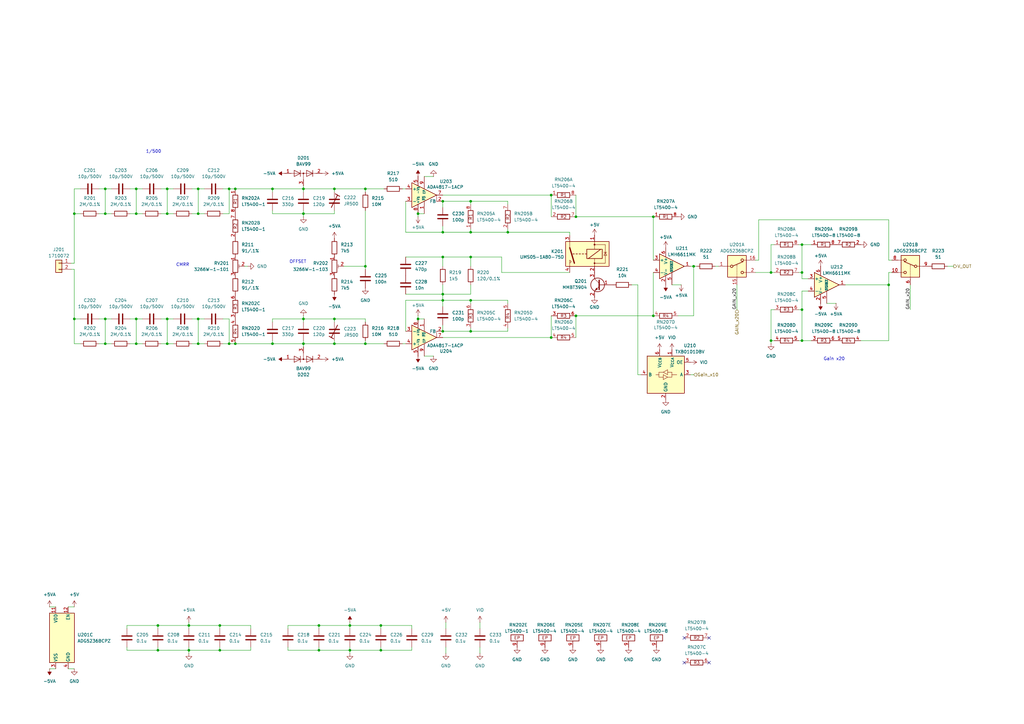
<source format=kicad_sch>
(kicad_sch (version 20231120) (generator "eeschema") (generator_version "8.0")
  (paper "A3")
  (junction (at 68.58 87.63))
  (junction (at 143.51 256.54))
  (junction (at 364.49 116.84))
  (junction (at 149.86 77.47))
  (junction (at 149.86 109.22))
  (junction (at 181.61 120.65))
  (junction (at 81.28 87.63))
  (junction (at 181.61 82.55))
  (junction (at 137.16 130.81))
  (junction (at 93.98 77.47))
  (junction (at 90.17 256.54))
  (junction (at 90.17 266.7))
  (junction (at 137.16 77.47))
  (junction (at 316.23 111.76))
  (junction (at 124.46 87.63))
  (junction (at 156.21 266.7))
  (junction (at 43.18 77.47))
  (junction (at 193.04 123.19))
  (junction (at 68.58 140.97))
  (junction (at 81.28 77.47))
  (junction (at 68.58 77.47))
  (junction (at 96.52 140.97))
  (junction (at 149.86 140.97))
  (junction (at 226.06 138.43))
  (junction (at 267.97 88.9))
  (junction (at 124.46 140.97))
  (junction (at 111.76 140.97))
  (junction (at 137.16 140.97))
  (junction (at 181.61 135.89))
  (junction (at 30.48 87.63))
  (junction (at 55.88 140.97))
  (junction (at 64.77 256.54))
  (junction (at 181.61 95.25))
  (junction (at 43.18 87.63))
  (junction (at 77.47 256.54))
  (junction (at 193.04 135.89))
  (junction (at 236.22 88.9))
  (junction (at 208.28 95.25))
  (junction (at 111.76 77.47))
  (junction (at 267.97 129.54))
  (junction (at 156.21 256.54))
  (junction (at 43.18 130.81))
  (junction (at 328.93 100.33))
  (junction (at 193.04 82.55))
  (junction (at 143.51 266.7))
  (junction (at 81.28 130.81))
  (junction (at 68.58 130.81))
  (junction (at 316.23 139.7))
  (junction (at 181.61 105.41))
  (junction (at 181.61 123.19))
  (junction (at 130.81 256.54))
  (junction (at 193.04 105.41))
  (junction (at 130.81 266.7))
  (junction (at 81.28 140.97))
  (junction (at 30.48 130.81))
  (junction (at 328.93 139.7))
  (junction (at 171.45 130.81))
  (junction (at 284.48 109.22))
  (junction (at 55.88 130.81))
  (junction (at 124.46 130.81))
  (junction (at 96.52 77.47))
  (junction (at 328.93 127))
  (junction (at 193.04 95.25))
  (junction (at 77.47 266.7))
  (junction (at 171.45 87.63))
  (junction (at 55.88 77.47))
  (junction (at 124.46 77.47))
  (junction (at 43.18 140.97))
  (junction (at 93.98 140.97))
  (junction (at 328.93 111.76))
  (junction (at 236.22 129.54))
  (junction (at 55.88 87.63))
  (junction (at 226.06 80.01))
  (junction (at 64.77 266.7))
  (no_connect (at 280.67 261.62))
  (no_connect (at 290.83 261.62))
  (no_connect (at 290.83 271.78))
  (no_connect (at 280.67 271.78))
  (wire (pts (xy 140.97 109.22) (xy 149.86 109.22)))
  (wire (pts (xy 236.22 129.54) (xy 267.97 129.54)))
  (wire (pts (xy 118.11 266.7) (xy 118.11 265.43)))
  (wire (pts (xy 181.61 120.65) (xy 166.37 120.65)))
  (wire (pts (xy 181.61 95.25) (xy 193.04 95.25)))
  (wire (pts (xy 171.45 129.54) (xy 171.45 130.81)))
  (wire (pts (xy 181.61 105.41) (xy 181.61 109.22)))
  (wire (pts (xy 181.61 80.01) (xy 226.06 80.01)))
  (wire (pts (xy 78.74 140.97) (xy 81.28 140.97)))
  (wire (pts (xy 193.04 134.62) (xy 193.04 135.89)))
  (wire (pts (xy 93.98 77.47) (xy 91.44 77.47)))
  (wire (pts (xy 83.82 130.81) (xy 81.28 130.81)))
  (wire (pts (xy 55.88 130.81) (xy 53.34 130.81)))
  (wire (pts (xy 171.45 130.81) (xy 173.99 130.81)))
  (wire (pts (xy 259.08 116.84) (xy 261.62 116.84)))
  (wire (pts (xy 53.34 140.97) (xy 55.88 140.97)))
  (wire (pts (xy 302.26 116.84) (xy 302.26 127)))
  (wire (pts (xy 124.46 139.7) (xy 124.46 140.97)))
  (wire (pts (xy 68.58 140.97) (xy 71.12 140.97)))
  (wire (pts (xy 93.98 130.81) (xy 91.44 130.81)))
  (wire (pts (xy 346.71 116.84) (xy 364.49 116.84)))
  (wire (pts (xy 130.81 256.54) (xy 143.51 256.54)))
  (wire (pts (xy 181.61 116.84) (xy 181.61 120.65)))
  (wire (pts (xy 68.58 87.63) (xy 68.58 77.47)))
  (wire (pts (xy 143.51 266.7) (xy 130.81 266.7)))
  (wire (pts (xy 181.61 120.65) (xy 181.61 123.19)))
  (wire (pts (xy 137.16 140.97) (xy 149.86 140.97)))
  (wire (pts (xy 278.13 129.54) (xy 284.48 129.54)))
  (wire (pts (xy 55.88 87.63) (xy 58.42 87.63)))
  (wire (pts (xy 100.33 109.22) (xy 101.6 109.22)))
  (wire (pts (xy 111.76 77.47) (xy 111.76 78.74)))
  (wire (pts (xy 166.37 95.25) (xy 181.61 95.25)))
  (wire (pts (xy 275.59 116.84) (xy 279.4 116.84)))
  (wire (pts (xy 96.52 77.47) (xy 111.76 77.47)))
  (wire (pts (xy 171.45 88.9) (xy 171.45 87.63)))
  (wire (pts (xy 66.04 140.97) (xy 68.58 140.97)))
  (wire (pts (xy 124.46 76.2) (xy 124.46 77.47)))
  (wire (pts (xy 43.18 140.97) (xy 45.72 140.97)))
  (wire (pts (xy 83.82 77.47) (xy 81.28 77.47)))
  (wire (pts (xy 43.18 87.63) (xy 45.72 87.63)))
  (wire (pts (xy 77.47 256.54) (xy 77.47 257.81)))
  (wire (pts (xy 149.86 77.47) (xy 157.48 77.47)))
  (wire (pts (xy 181.61 82.55) (xy 193.04 82.55)))
  (wire (pts (xy 261.62 116.84) (xy 261.62 153.67)))
  (wire (pts (xy 168.91 265.43) (xy 168.91 266.7)))
  (wire (pts (xy 111.76 87.63) (xy 124.46 87.63)))
  (wire (pts (xy 328.93 100.33) (xy 328.93 111.76)))
  (wire (pts (xy 64.77 256.54) (xy 64.77 257.81)))
  (wire (pts (xy 137.16 78.74) (xy 137.16 77.47)))
  (wire (pts (xy 43.18 140.97) (xy 43.18 130.81)))
  (wire (pts (xy 20.32 274.32) (xy 22.86 274.32)))
  (wire (pts (xy 181.61 125.73) (xy 181.61 123.19)))
  (wire (pts (xy 64.77 265.43) (xy 64.77 266.7)))
  (wire (pts (xy 316.23 100.33) (xy 316.23 111.76)))
  (wire (pts (xy 193.04 93.98) (xy 193.04 95.25)))
  (wire (pts (xy 233.68 95.25) (xy 233.68 96.52)))
  (wire (pts (xy 91.44 140.97) (xy 93.98 140.97)))
  (wire (pts (xy 55.88 77.47) (xy 53.34 77.47)))
  (wire (pts (xy 168.91 256.54) (xy 168.91 257.81)))
  (wire (pts (xy 124.46 87.63) (xy 124.46 88.9)))
  (wire (pts (xy 45.72 130.81) (xy 43.18 130.81)))
  (wire (pts (xy 93.98 77.47) (xy 96.52 77.47)))
  (wire (pts (xy 309.88 111.76) (xy 316.23 111.76)))
  (wire (pts (xy 149.86 132.08) (xy 149.86 130.81)))
  (wire (pts (xy 124.46 77.47) (xy 137.16 77.47)))
  (wire (pts (xy 124.46 129.54) (xy 124.46 130.81)))
  (wire (pts (xy 143.51 256.54) (xy 156.21 256.54)))
  (wire (pts (xy 284.48 109.22) (xy 283.21 109.22)))
  (wire (pts (xy 118.11 257.81) (xy 118.11 256.54)))
  (wire (pts (xy 311.15 90.17) (xy 364.49 90.17)))
  (wire (pts (xy 111.76 130.81) (xy 111.76 132.08)))
  (wire (pts (xy 149.86 109.22) (xy 149.86 110.49)))
  (wire (pts (xy 130.81 256.54) (xy 130.81 257.81)))
  (wire (pts (xy 66.04 87.63) (xy 68.58 87.63)))
  (wire (pts (xy 124.46 86.36) (xy 124.46 87.63)))
  (wire (pts (xy 166.37 105.41) (xy 181.61 105.41)))
  (wire (pts (xy 77.47 255.27) (xy 77.47 256.54)))
  (wire (pts (xy 364.49 116.84) (xy 364.49 111.76)))
  (wire (pts (xy 91.44 87.63) (xy 93.98 87.63)))
  (wire (pts (xy 208.28 124.46) (xy 208.28 123.19)))
  (wire (pts (xy 316.23 139.7) (xy 316.23 127)))
  (wire (pts (xy 226.06 138.43) (xy 226.06 129.54)))
  (wire (pts (xy 96.52 140.97) (xy 111.76 140.97)))
  (wire (pts (xy 328.93 111.76) (xy 328.93 114.3)))
  (wire (pts (xy 43.18 130.81) (xy 40.64 130.81)))
  (wire (pts (xy 64.77 256.54) (xy 77.47 256.54)))
  (wire (pts (xy 137.16 132.08) (xy 137.16 130.81)))
  (wire (pts (xy 331.47 114.3) (xy 328.93 114.3)))
  (wire (pts (xy 43.18 87.63) (xy 43.18 77.47)))
  (wire (pts (xy 193.04 116.84) (xy 193.04 120.65)))
  (wire (pts (xy 30.48 110.49) (xy 30.48 130.81)))
  (wire (pts (xy 311.15 106.68) (xy 311.15 90.17)))
  (wire (pts (xy 20.32 248.92) (xy 22.86 248.92)))
  (wire (pts (xy 181.61 135.89) (xy 193.04 135.89)))
  (wire (pts (xy 124.46 132.08) (xy 124.46 130.81)))
  (wire (pts (xy 124.46 140.97) (xy 124.46 142.24)))
  (wire (pts (xy 64.77 266.7) (xy 52.07 266.7)))
  (wire (pts (xy 30.48 77.47) (xy 30.48 87.63)))
  (wire (pts (xy 165.1 77.47) (xy 166.37 77.47)))
  (wire (pts (xy 166.37 82.55) (xy 166.37 95.25)))
  (wire (pts (xy 156.21 266.7) (xy 143.51 266.7)))
  (wire (pts (xy 137.16 77.47) (xy 149.86 77.47)))
  (wire (pts (xy 45.72 77.47) (xy 43.18 77.47)))
  (wire (pts (xy 90.17 266.7) (xy 77.47 266.7)))
  (wire (pts (xy 52.07 257.81) (xy 52.07 256.54)))
  (wire (pts (xy 30.48 274.32) (xy 27.94 274.32)))
  (wire (pts (xy 181.61 92.71) (xy 181.61 95.25)))
  (wire (pts (xy 208.28 93.98) (xy 208.28 95.25)))
  (wire (pts (xy 181.61 123.19) (xy 193.04 123.19)))
  (wire (pts (xy 124.46 78.74) (xy 124.46 77.47)))
  (wire (pts (xy 149.86 130.81) (xy 137.16 130.81)))
  (wire (pts (xy 40.64 87.63) (xy 43.18 87.63)))
  (wire (pts (xy 284.48 129.54) (xy 284.48 109.22)))
  (wire (pts (xy 81.28 87.63) (xy 83.82 87.63)))
  (wire (pts (xy 388.62 109.22) (xy 391.16 109.22)))
  (wire (pts (xy 236.22 88.9) (xy 236.22 80.01)))
  (wire (pts (xy 102.87 266.7) (xy 90.17 266.7)))
  (wire (pts (xy 364.49 90.17) (xy 364.49 106.68)))
  (wire (pts (xy 29.21 110.49) (xy 30.48 110.49)))
  (wire (pts (xy 293.37 109.22) (xy 294.64 109.22)))
  (wire (pts (xy 261.62 153.67) (xy 262.89 153.67)))
  (wire (pts (xy 166.37 123.19) (xy 181.61 123.19)))
  (wire (pts (xy 58.42 77.47) (xy 55.88 77.47)))
  (wire (pts (xy 149.86 109.22) (xy 149.86 86.36)))
  (wire (pts (xy 156.21 256.54) (xy 168.91 256.54)))
  (wire (pts (xy 173.99 72.39) (xy 177.8 72.39)))
  (wire (pts (xy 143.51 256.54) (xy 143.51 257.81)))
  (wire (pts (xy 30.48 248.92) (xy 27.94 248.92)))
  (wire (pts (xy 58.42 130.81) (xy 55.88 130.81)))
  (wire (pts (xy 30.48 87.63) (xy 33.02 87.63)))
  (wire (pts (xy 236.22 138.43) (xy 236.22 129.54)))
  (wire (pts (xy 316.23 127) (xy 317.5 127)))
  (wire (pts (xy 166.37 135.89) (xy 166.37 123.19)))
  (wire (pts (xy 182.88 265.43) (xy 182.88 267.97)))
  (wire (pts (xy 90.17 265.43) (xy 90.17 266.7)))
  (wire (pts (xy 55.88 87.63) (xy 55.88 77.47)))
  (wire (pts (xy 137.16 130.81) (xy 124.46 130.81)))
  (wire (pts (xy 111.76 130.81) (xy 124.46 130.81)))
  (wire (pts (xy 328.93 119.38) (xy 328.93 127)))
  (wire (pts (xy 93.98 140.97) (xy 93.98 130.81)))
  (wire (pts (xy 193.04 135.89) (xy 208.28 135.89)))
  (wire (pts (xy 77.47 265.43) (xy 77.47 266.7)))
  (wire (pts (xy 208.28 82.55) (xy 208.28 83.82)))
  (wire (pts (xy 81.28 130.81) (xy 78.74 130.81)))
  (wire (pts (xy 52.07 266.7) (xy 52.07 265.43)))
  (wire (pts (xy 55.88 140.97) (xy 58.42 140.97)))
  (wire (pts (xy 93.98 140.97) (xy 96.52 140.97)))
  (wire (pts (xy 208.28 95.25) (xy 233.68 95.25)))
  (wire (pts (xy 55.88 140.97) (xy 55.88 130.81)))
  (wire (pts (xy 124.46 87.63) (xy 137.16 87.63)))
  (wire (pts (xy 68.58 77.47) (xy 66.04 77.47)))
  (wire (pts (xy 52.07 256.54) (xy 64.77 256.54)))
  (wire (pts (xy 233.68 111.76) (xy 205.74 111.76)))
  (wire (pts (xy 373.38 116.84) (xy 373.38 127)))
  (wire (pts (xy 309.88 106.68) (xy 311.15 106.68)))
  (wire (pts (xy 168.91 266.7) (xy 156.21 266.7)))
  (wire (pts (xy 181.61 135.89) (xy 181.61 133.35)))
  (wire (pts (xy 77.47 256.54) (xy 90.17 256.54)))
  (wire (pts (xy 29.21 107.95) (xy 30.48 107.95)))
  (wire (pts (xy 68.58 87.63) (xy 71.12 87.63)))
  (wire (pts (xy 171.45 87.63) (xy 173.99 87.63)))
  (wire (pts (xy 328.93 139.7) (xy 332.74 139.7)))
  (wire (pts (xy 30.48 140.97) (xy 33.02 140.97)))
  (wire (pts (xy 328.93 127) (xy 328.93 139.7)))
  (wire (pts (xy 328.93 139.7) (xy 327.66 139.7)))
  (wire (pts (xy 327.66 127) (xy 328.93 127)))
  (wire (pts (xy 342.9 124.46) (xy 339.09 124.46)))
  (wire (pts (xy 317.5 139.7) (xy 316.23 139.7)))
  (wire (pts (xy 193.04 109.22) (xy 193.04 105.41)))
  (wire (pts (xy 124.46 140.97) (xy 137.16 140.97)))
  (wire (pts (xy 68.58 130.81) (xy 66.04 130.81)))
  (wire (pts (xy 143.51 255.27) (xy 143.51 256.54)))
  (wire (pts (xy 327.66 100.33) (xy 328.93 100.33)))
  (wire (pts (xy 316.23 100.33) (xy 317.5 100.33)))
  (wire (pts (xy 93.98 87.63) (xy 93.98 77.47)))
  (wire (pts (xy 77.47 266.7) (xy 64.77 266.7)))
  (wire (pts (xy 193.04 123.19) (xy 208.28 123.19)))
  (wire (pts (xy 193.04 123.19) (xy 193.04 124.46)))
  (wire (pts (xy 149.86 140.97) (xy 149.86 139.7)))
  (wire (pts (xy 205.74 111.76) (xy 205.74 105.41)))
  (wire (pts (xy 267.97 106.68) (xy 267.97 88.9)))
  (wire (pts (xy 102.87 265.43) (xy 102.87 266.7)))
  (wire (pts (xy 130.81 266.7) (xy 118.11 266.7)))
  (wire (pts (xy 40.64 140.97) (xy 43.18 140.97)))
  (wire (pts (xy 208.28 135.89) (xy 208.28 134.62)))
  (wire (pts (xy 328.93 111.76) (xy 327.66 111.76)))
  (wire (pts (xy 317.5 111.76) (xy 316.23 111.76)))
  (wire (pts (xy 81.28 77.47) (xy 78.74 77.47)))
  (wire (pts (xy 137.16 87.63) (xy 137.16 86.36)))
  (wire (pts (xy 78.74 87.63) (xy 81.28 87.63)))
  (wire (pts (xy 364.49 106.68) (xy 365.76 106.68)))
  (wire (pts (xy 193.04 120.65) (xy 181.61 120.65)))
  (wire (pts (xy 90.17 256.54) (xy 90.17 257.81)))
  (wire (pts (xy 181.61 82.55) (xy 181.61 85.09)))
  (wire (pts (xy 130.81 265.43) (xy 130.81 266.7)))
  (wire (pts (xy 364.49 116.84) (xy 364.49 139.7)))
  (wire (pts (xy 328.93 100.33) (xy 332.74 100.33)))
  (wire (pts (xy 181.61 138.43) (xy 226.06 138.43)))
  (wire (pts (xy 226.06 88.9) (xy 226.06 80.01)))
  (wire (pts (xy 111.76 140.97) (xy 124.46 140.97)))
  (wire (pts (xy 137.16 140.97) (xy 137.16 139.7)))
  (wire (pts (xy 284.48 109.22) (xy 285.75 109.22)))
  (wire (pts (xy 284.48 153.67) (xy 283.21 153.67)))
  (wire (pts (xy 71.12 77.47) (xy 68.58 77.47)))
  (wire (pts (xy 33.02 130.81) (xy 30.48 130.81)))
  (wire (pts (xy 165.1 140.97) (xy 166.37 140.97)))
  (wire (pts (xy 30.48 140.97) (xy 30.48 130.81)))
  (wire (pts (xy 196.85 265.43) (xy 196.85 267.97)))
  (wire (pts (xy 149.86 140.97) (xy 157.48 140.97)))
  (wire (pts (xy 77.47 266.7) (xy 77.47 267.97)))
  (wire (pts (xy 143.51 266.7) (xy 143.51 267.97)))
  (wire (pts (xy 156.21 265.43) (xy 156.21 266.7)))
  (wire (pts (xy 193.04 105.41) (xy 205.74 105.41)))
  (wire (pts (xy 173.99 146.05) (xy 177.8 146.05)))
  (wire (pts (xy 181.61 105.41) (xy 193.04 105.41)))
  (wire (pts (xy 30.48 87.63) (xy 30.48 107.95)))
  (wire (pts (xy 316.23 139.7) (xy 316.23 140.97)))
  (wire (pts (xy 156.21 256.54) (xy 156.21 257.81)))
  (wire (pts (xy 193.04 82.55) (xy 193.04 83.82)))
  (wire (pts (xy 193.04 95.25) (xy 208.28 95.25)))
  (wire (pts (xy 111.76 139.7) (xy 111.76 140.97)))
  (wire (pts (xy 328.93 119.38) (xy 331.47 119.38)))
  (wire (pts (xy 71.12 130.81) (xy 68.58 130.81)))
  (wire (pts (xy 81.28 87.63) (xy 81.28 77.47)))
  (wire (pts (xy 53.34 87.63) (xy 55.88 87.63)))
  (wire (pts (xy 33.02 77.47) (xy 30.48 77.47)))
  (wire (pts (xy 118.11 256.54) (xy 130.81 256.54)))
  (wire (pts (xy 81.28 140.97) (xy 83.82 140.97)))
  (wire (pts (xy 143.51 265.43) (xy 143.51 266.7)))
  (wire (pts (xy 111.76 77.47) (xy 124.46 77.47)))
  (wire (pts (xy 149.86 77.47) (xy 149.86 78.74)))
  (wire (pts (xy 43.18 77.47) (xy 40.64 77.47)))
  (wire (pts (xy 68.58 140.97) (xy 68.58 130.81)))
  (wire (pts (xy 81.28 140.97) (xy 81.28 130.81)))
  (wire (pts (xy 353.06 139.7) (xy 364.49 139.7)))
  (wire (pts (xy 364.49 111.76) (xy 365.76 111.76)))
  (wire (pts (xy 182.88 255.27) (xy 182.88 257.81)))
  (wire (pts (xy 111.76 86.36) (xy 111.76 87.63)))
  (wire (pts (xy 196.85 255.27) (xy 196.85 257.81)))
  (wire (pts (xy 267.97 111.76) (xy 267.97 129.54)))
  (wire (pts (xy 193.04 82.55) (xy 208.28 82.55)))
  (wire (pts (xy 236.22 88.9) (xy 267.97 88.9)))
  (wire (pts (xy 102.87 256.54) (xy 102.87 257.81)))
  (wire (pts (xy 90.17 256.54) (xy 102.87 256.54)))
  (text "OFFSET" (at 122.174 107.442 0) (effects (font (size 1.27 1.27))))
  (text "CMRR\n" (at 74.93 108.712 0) (effects (font (size 1.27 1.27))))
  (text "1/500" (at 62.992 62.23 0) (effects (font (size 1.27 1.27))))
  (text "Gain x20\n" (at 342.138 147.32 0) (effects (font (size 1.27 1.27))))
  (label "GAIN_x20" (at 373.38 127 90))
  (label "GAIN_x20" (at 302.26 127 90))
  (hierarchical_label "Gain_x10" (shape input) (at 284.48 153.67 0))
  (hierarchical_label "GAIN_x20" (shape input) (at 302.26 127 270))
  (hierarchical_label "V_OUT" (shape output) (at 391.16 109.22 0))
  (symbol (lib_id "Device:R") (at 36.83 87.63 90) (unit 1)
    (property "Reference" "R201" (at 36.83 81.28 90))
    (property "Value" "2M/0.1%" (at 36.83 83.82 90))
    (property "Footprint" "Resistor_SMD:R_1206_3216Metric_Pad1.30x1.75mm_HandSolder" (effects (hide yes)))
    (property "Description" "Resistor" (effects (hide yes)))
  )
  (symbol (lib_id "power:GND") (at 149.86 118.11 0) (unit 1)
    (property "Reference" "#PWR0218" (effects (hide yes)))
    (property "Value" "GND" (at 149.86 123.19 0))
    (property "Description" "Power symbol creates a global label with name \"GND\" , ground" (effects (hide yes)))
  )
  (symbol (lib_id "AD4030:VIO") (at 275.59 143.51 0) (mirror y) (unit 1)
    (property "Reference" "#PWR0241" (effects (hide yes)))
    (property "Value" "VIO" (at 275.59 138.43 0))
    (property "Description" "Power symbol creates a global label with name \"VIO\"" (effects (hide yes)))
  )
  (symbol (lib_id "Device:R") (at 193.04 113.03 0) (unit 1)
    (property "Reference" "R220" (at 195.58 111.7599 0) (effects (justify left)))
    (property "Value" "120/0.1%" (at 195.58 114.2999 0) (effects (justify left)))
    (property "Footprint" "Resistor_SMD:R_0603_1608Metric_Pad0.98x0.95mm_HandSolder" (effects (hide yes)))
    (property "Description" "Resistor" (effects (hide yes)))
  )
  (symbol (lib_id "Device:C") (at 124.46 82.55 0) (unit 1)
    (property "Reference" "C219" (at 128.27 81.2799 0) (effects (justify left)))
    (property "Value" "120p" (at 128.27 83.8199 0) (effects (justify left)))
    (property "Footprint" "Capacitor_SMD:C_0603_1608Metric_Pad1.08x0.95mm_HandSolder" (effects (hide yes)))
    (property "Description" "Unpolarized capacitor" (effects (hide yes)))
  )
  (symbol (lib_id "AD4030:LT5400") (at 208.28 129.54 90) (unit 4)
    (property "Reference" "RN205" (at 210.82 128.2699 90) (effects (justify right)))
    (property "Value" "LT5400-4" (at 210.82 130.8099 90) (effects (justify right)))
    (property "Footprint" "Package_SO:MSOP-8-1EP_3x3mm_P0.65mm_EP1.73x1.85mm_ThermalVias" (effects (hide yes)))
    (property "Datasheet" "https://www.analog.com/media/en/technical-documentation/data-sheets/5400fc.pdf" (effects (hide yes)))
    (property "Description" "Quad Matched Resistor Network" (effects (hide yes)))
  )
  (symbol (lib_id "power:GND") (at 278.13 88.9 90) (unit 1)
    (property "Reference" "#PWR0242" (effects (hide yes)))
    (property "Value" "GND" (at 281.94 88.8999 90) (effects (justify right)))
    (property "Description" "Power symbol creates a global label with name \"GND\" , ground" (effects (hide yes)))
  )
  (symbol (lib_id "power:GND") (at 30.48 274.32 0) (unit 1)
    (property "Reference" "#PWR0204" (effects (hide yes)))
    (property "Value" "GND" (at 30.48 279.4 0))
    (property "Description" "Power symbol creates a global label with name \"GND\" , ground" (effects (hide yes)))
  )
  (symbol (lib_id "power:+5V") (at 182.88 255.27 0) (unit 1)
    (property "Reference" "#PWR0225" (effects (hide yes)))
    (property "Value" "+5V" (at 182.88 250.19 0))
    (property "Description" "Power symbol creates a global label with name \"+5V\"" (effects (hide yes)))
  )
  (symbol (lib_id "power:+5VA") (at 77.47 255.27 0) (unit 1)
    (property "Reference" "#PWR0205" (effects (hide yes)))
    (property "Value" "+5VA" (at 77.47 250.19 0))
    (property "Description" "Power symbol creates a global label with name \"+5VA\"" (effects (hide yes)))
  )
  (symbol (lib_id "AD4030:LT5400") (at 96.52 82.55 270) (unit 1)
    (property "Reference" "RN202" (at 99.06 81.2799 90) (effects (justify left)))
    (property "Value" "LT5400-1" (at 99.06 83.8199 90) (effects (justify left)))
    (property "Footprint" "Package_SO:MSOP-8-1EP_3x3mm_P0.65mm_EP1.73x1.85mm_ThermalVias" (effects (hide yes)))
    (property "Datasheet" "https://www.analog.com/media/en/technical-documentation/data-sheets/5400fc.pdf" (effects (hide yes)))
    (property "Description" "Quad Matched Resistor Network" (effects (hide yes)))
  )
  (symbol (lib_id "Diode:BAV99") (at 124.46 147.32 0) (mirror x) (unit 1)
    (property "Reference" "D202" (at 124.46 153.67 0))
    (property "Value" "BAV99" (at 124.46 151.13 0))
    (property "Footprint" "Package_TO_SOT_SMD:SOT-23" (effects (hide yes)))
    (property "Datasheet" "https://assets.nexperia.com/documents/data-sheet/BAV99_SER.pdf" (effects (hide yes)))
    (property "Description" "BAV99 High-speed switching diodes, SOT-23" (effects (hide yes)))
  )
  (symbol (lib_id "AD4030:LT5400") (at 322.58 111.76 0) (unit 2)
    (property "Reference" "RN208" (at 322.58 105.41 0))
    (property "Value" "LT5400-4" (at 322.58 107.95 0))
    (property "Footprint" "Package_SO:MSOP-8-1EP_3x3mm_P0.65mm_EP1.73x1.85mm_ThermalVias" (effects (hide yes)))
    (property "Datasheet" "https://www.analog.com/media/en/technical-documentation/data-sheets/5400fc.pdf" (effects (hide yes)))
    (property "Description" "Quad Matched Resistor Network" (effects (hide yes)))
  )
  (symbol (lib_id "power:+5VA") (at 132.08 71.12 270) (unit 1)
    (property "Reference" "#PWR0212" (effects (hide yes)))
    (property "Value" "+5VA" (at 135.89 71.1199 90) (effects (justify left)))
    (property "Description" "Power symbol creates a global label with name \"+5VA\"" (effects (hide yes)))
  )
  (symbol (lib_id "Device:R") (at 96.52 116.84 0) (unit 1)
    (property "Reference" "R212" (at 99.06 115.5699 0) (effects (justify left)))
    (property "Value" "91/.1%" (at 99.06 118.1099 0) (effects (justify left)))
    (property "Footprint" "Resistor_SMD:R_0603_1608Metric_Pad0.98x0.95mm_HandSolder" (effects (hide yes)))
    (property "Description" "Resistor" (effects (hide yes)))
  )
  (symbol (lib_id "power:+5VA") (at 137.16 97.79 0) (unit 1)
    (property "Reference" "#PWR0214" (effects (hide yes)))
    (property "Value" "+5VA" (at 137.16 92.71 0))
    (property "Description" "Power symbol creates a global label with name \"+5VA\"" (effects (hide yes)))
  )
  (symbol (lib_id "Device:C") (at 166.37 109.22 0) (unit 1)
    (property "Reference" "C227" (at 170.18 107.9499 0) (effects (justify left)))
    (property "Value" "470p" (at 170.18 110.4899 0) (effects (justify left)))
    (property "Footprint" "Capacitor_SMD:C_0603_1608Metric_Pad1.08x0.95mm_HandSolder" (effects (hide yes)))
    (property "Description" "Unpolarized capacitor" (effects (hide yes)))
  )
  (symbol (lib_id "Relay:UMS05-1A80-75D") (at 238.76 104.14 180) (unit 1)
    (property "Reference" "K201" (at 231.14 103.124 0) (effects (justify left)))
    (property "Value" "UMS05-1A80-75D" (at 231.394 105.41 0) (effects (justify left)))
    (property "Footprint" "Relay_THT:Relay_StandexMeder_UMS" (effects (hide yes)))
    (property "Datasheet" "https://standexelectronics.com/wp-content/uploads/datasheets/43/4305180175d.pdf" (effects (hide yes)))
    (property "Description" "Standex Meder UMS reed relay, SPST, Closing Contact, with diode" (effects (hide yes)))
  )
  (symbol (lib_id "Amplifier_Operational:ADA4817-1ACP") (at 173.99 138.43 0) (unit 1)
    (property "Reference" "U204" (at 182.88 144.018 0))
    (property "Value" "ADA4817-1ACP" (at 182.626 141.732 0))
    (property "Footprint" "Package_CSP:LFCSP-8-1EP_3x3mm_P0.5mm_EP1.45x1.74mm" (effects (hide yes)))
    (property "Datasheet" "https://www.analog.com/media/en/technical-documentation/data-sheets/ADA4817-1_4817-2.pdf" (effects (hide yes)))
    (property "Description" "Single Low Noise, 1 GHz, Unity-gain stable, FastFET Op Amp, with power down, LFCSP-8-1EP" (effects (hide yes)))
  )
  (symbol (lib_id "Device:R") (at 149.86 135.89 0) (unit 1)
    (property "Reference" "R216" (at 152.4 134.6199 0) (effects (justify left)))
    (property "Value" "10M" (at 152.4 137.1599 0) (effects (justify left)))
    (property "Footprint" "Resistor_SMD:R_0603_1608Metric_Pad0.98x0.95mm_HandSolder" (effects (hide yes)))
    (property "Description" "Resistor" (effects (hide yes)))
  )
  (symbol (lib_id "Device:C") (at 168.91 261.62 0) (unit 1)
    (property "Reference" "C229" (at 172.72 260.3499 0) (effects (justify left)))
    (property "Value" "0.1u" (at 172.72 262.8899 0) (effects (justify left)))
    (property "Footprint" "Capacitor_SMD:C_0603_1608Metric_Pad1.08x0.95mm_HandSolder" (effects (hide yes)))
    (property "Description" "Unpolarized capacitor" (effects (hide yes)))
  )
  (symbol (lib_id "AD4030:LT5400") (at 347.98 100.33 180) (unit 2)
    (property "Reference" "RN209" (at 347.98 93.98 0))
    (property "Value" "LT5400-8" (at 347.98 96.52 0))
    (property "Footprint" "Package_SO:MSOP-8-1EP_3x3mm_P0.65mm_EP1.73x1.85mm_ThermalVias" (effects (hide yes)))
    (property "Datasheet" "https://www.analog.com/media/en/technical-documentation/data-sheets/5400fc.pdf" (effects (hide yes)))
    (property "Description" "Quad Matched Resistor Network" (effects (hide yes)))
  )
  (symbol (lib_id "power:GND") (at 223.52 265.43 0) (unit 1)
    (property "Reference" "#PWR0230" (effects (hide yes)))
    (property "Value" "GND" (at 223.52 270.51 0))
    (property "Description" "Power symbol creates a global label with name \"GND\" , ground" (effects (hide yes)))
  )
  (symbol (lib_id "power:+5VA") (at 132.08 147.32 270) (mirror x) (unit 1)
    (property "Reference" "#PWR0213" (effects (hide yes)))
    (property "Value" "+5VA" (at 135.89 147.3201 90) (effects (justify left)))
    (property "Description" "Power symbol creates a global label with name \"+5VA\"" (effects (hide yes)))
  )
  (symbol (lib_id "power:GND") (at 196.85 267.97 0) (unit 1)
    (property "Reference" "#PWR0228" (effects (hide yes)))
    (property "Value" "GND" (at 196.85 273.05 0))
    (property "Description" "Power symbol creates a global label with name \"GND\" , ground" (effects (hide yes)))
  )
  (symbol (lib_id "power:GND") (at 212.09 265.43 0) (unit 1)
    (property "Reference" "#PWR0229" (effects (hide yes)))
    (property "Value" "GND" (at 212.09 270.51 0))
    (property "Description" "Power symbol creates a global label with name \"GND\" , ground" (effects (hide yes)))
  )
  (symbol (lib_id "power:-5VA") (at 137.16 120.65 180) (unit 1)
    (property "Reference" "#PWR0215" (effects (hide yes)))
    (property "Value" "-5VA" (at 137.16 125.73 0))
    (property "Description" "Power symbol creates a global label with name \"-5VA\"" (effects (hide yes)))
  )
  (symbol (lib_id "Device:R") (at 36.83 140.97 90) (unit 1)
    (property "Reference" "R202" (at 36.83 134.62 90))
    (property "Value" "2M/0.1%" (at 36.83 137.16 90))
    (property "Footprint" "Resistor_SMD:R_1206_3216Metric_Pad1.30x1.75mm_HandSolder" (effects (hide yes)))
    (property "Description" "Resistor" (effects (hide yes)))
  )
  (symbol (lib_id "Device:C") (at 74.93 130.81 90) (unit 1)
    (property "Reference" "C210" (at 74.93 123.19 90))
    (property "Value" "10p/500V" (at 74.93 125.73 90))
    (property "Footprint" "Capacitor_SMD:C_1206_3216Metric_Pad1.33x1.80mm_HandSolder" (effects (hide yes)))
    (property "Description" "Unpolarized capacitor" (effects (hide yes)))
  )
  (symbol (lib_id "Device:R") (at 255.27 116.84 90) (unit 1)
    (property "Reference" "R221" (at 255.27 110.49 90))
    (property "Value" "10k" (at 255.27 113.03 90))
    (property "Footprint" "Resistor_SMD:R_0603_1608Metric_Pad0.98x0.95mm_HandSolder" (effects (hide yes)))
    (property "Description" "Resistor" (effects (hide yes)))
  )
  (symbol (lib_id "AD4030:LT5400") (at 96.52 135.89 270) (unit 4)
    (property "Reference" "RN202" (at 99.06 134.6199 90) (effects (justify left)))
    (property "Value" "LT5400-1" (at 99.06 137.1599 90) (effects (justify left)))
    (property "Footprint" "Package_SO:MSOP-8-1EP_3x3mm_P0.65mm_EP1.73x1.85mm_ThermalVias" (effects (hide yes)))
    (property "Datasheet" "https://www.analog.com/media/en/technical-documentation/data-sheets/5400fc.pdf" (effects (hide yes)))
    (property "Description" "Quad Matched Resistor Network" (effects (hide yes)))
  )
  (symbol (lib_id "power:-5VA") (at 116.84 71.12 90) (unit 1)
    (property "Reference" "#PWR0208" (effects (hide yes)))
    (property "Value" "-5VA" (at 113.03 71.1199 90) (effects (justify left)))
    (property "Description" "Power symbol creates a global label with name \"-5VA\"" (effects (hide yes)))
  )
  (symbol (lib_id "AD4030:LT5400") (at 96.52 125.73 90) (unit 3)
    (property "Reference" "RN202" (at 99.06 124.4599 90) (effects (justify right)))
    (property "Value" "LT5400-1" (at 99.06 126.9999 90) (effects (justify right)))
    (property "Footprint" "Package_SO:MSOP-8-1EP_3x3mm_P0.65mm_EP1.73x1.85mm_ThermalVias" (effects (hide yes)))
    (property "Datasheet" "https://www.analog.com/media/en/technical-documentation/data-sheets/5400fc.pdf" (effects (hide yes)))
    (property "Description" "Quad Matched Resistor Network" (effects (hide yes)))
  )
  (symbol (lib_id "Device:C") (at 111.76 82.55 0) (unit 1)
    (property "Reference" "C216" (at 115.57 81.2799 0) (effects (justify left)))
    (property "Value" "330p" (at 115.57 83.8199 0) (effects (justify left)))
    (property "Footprint" "Capacitor_SMD:C_0603_1608Metric_Pad1.08x0.95mm_HandSolder" (effects (hide yes)))
    (property "Description" "Unpolarized capacitor" (effects (hide yes)))
  )
  (symbol (lib_id "power:GND") (at 143.51 267.97 0) (unit 1)
    (property "Reference" "#PWR0217" (effects (hide yes)))
    (property "Value" "GND" (at 143.51 273.05 0))
    (property "Description" "Power symbol creates a global label with name \"GND\" , ground" (effects (hide yes)))
  )
  (symbol (lib_id "Diode:BAV99") (at 124.46 71.12 0) (unit 1)
    (property "Reference" "D201" (at 124.46 64.77 0))
    (property "Value" "BAV99" (at 124.46 67.31 0))
    (property "Footprint" "Package_TO_SOT_SMD:SOT-23" (effects (hide yes)))
    (property "Datasheet" "https://assets.nexperia.com/documents/data-sheet/BAV99_SER.pdf" (effects (hide yes)))
    (property "Description" "BAV99 High-speed switching diodes, SOT-23" (effects (hide yes)))
  )
  (symbol (lib_id "power:-5VA") (at 336.55 124.46 180) (unit 1)
    (property "Reference" "#PWR0247" (effects (hide yes)))
    (property "Value" "-5VA" (at 336.55 128.778 0))
    (property "Description" "Power symbol creates a global label with name \"-5VA\"" (effects (hide yes)))
  )
  (symbol (lib_id "Device:C_Trim") (at 137.16 82.55 0) (unit 1)
    (property "Reference" "C222" (at 140.97 81.0259 0) (effects (justify left)))
    (property "Value" "JR500" (at 140.97 83.5659 0) (effects (justify left)))
    (property "Footprint" "Capacitor_SMD:C_Trimmer_Voltronics_JR" (effects (hide yes)))
    (property "Description" "Trimmable capacitor" (effects (hide yes)))
  )
  (symbol (lib_id "Device:C") (at 149.86 114.3 0) (unit 1)
    (property "Reference" "C225" (at 153.67 113.0299 0) (effects (justify left)))
    (property "Value" "100n" (at 153.67 115.5699 0) (effects (justify left)))
    (property "Footprint" "Capacitor_SMD:C_0603_1608Metric_Pad1.08x0.95mm_HandSolder" (effects (hide yes)))
    (property "Description" "Unpolarized capacitor" (effects (hide yes)))
  )
  (symbol (lib_id "power:GND") (at 243.84 121.92 0) (unit 1)
    (property "Reference" "#PWR0233" (effects (hide yes)))
    (property "Value" "GND" (at 243.84 125.984 0))
    (property "Description" "Power symbol creates a global label with name \"GND\" , ground" (effects (hide yes)))
  )
  (symbol (lib_id "Amplifier_Operational:ADA4817-1ACP") (at 173.99 80.01 0) (mirror x) (unit 1)
    (property "Reference" "U203" (at 182.88 74.422 0))
    (property "Value" "ADA4817-1ACP" (at 182.626 76.708 0))
    (property "Footprint" "Package_CSP:LFCSP-8-1EP_3x3mm_P0.5mm_EP1.45x1.74mm" (effects (hide yes)))
    (property "Datasheet" "https://www.analog.com/media/en/technical-documentation/data-sheets/ADA4817-1_4817-2.pdf" (effects (hide yes)))
    (property "Description" "Single Low Noise, 1 GHz, Unity-gain stable, FastFET Op Amp, with power down, LFCSP-8-1EP" (effects (hide yes)))
  )
  (symbol (lib_id "power:GND") (at 182.88 267.97 0) (unit 1)
    (property "Reference" "#PWR0226" (effects (hide yes)))
    (property "Value" "GND" (at 182.88 273.05 0))
    (property "Description" "Power symbol creates a global label with name \"GND\" , ground" (effects (hide yes)))
  )
  (symbol (lib_id "Device:R") (at 137.16 116.84 0) (unit 1)
    (property "Reference" "R214" (at 139.7 115.5699 0) (effects (justify left)))
    (property "Value" "7k5" (at 139.7 118.1099 0) (effects (justify left)))
    (property "Footprint" "Resistor_SMD:R_0603_1608Metric_Pad0.98x0.95mm_HandSolder" (effects (hide yes)))
    (property "Description" "Resistor" (effects (hide yes)))
  )
  (symbol (lib_id "Device:C") (at 90.17 261.62 0) (unit 1)
    (property "Reference" "C214" (at 93.98 260.3499 0) (effects (justify left)))
    (property "Value" "0.1u" (at 93.98 262.8899 0) (effects (justify left)))
    (property "Footprint" "Capacitor_SMD:C_0603_1608Metric_Pad1.08x0.95mm_HandSolder" (effects (hide yes)))
    (property "Description" "Unpolarized capacitor" (effects (hide yes)))
  )
  (symbol (lib_id "Device:C") (at 118.11 261.62 0) (unit 1)
    (property "Reference" "C218" (at 121.92 260.3499 0) (effects (justify left)))
    (property "Value" "0.1u" (at 121.92 262.8899 0) (effects (justify left)))
    (property "Footprint" "Capacitor_SMD:C_0603_1608Metric_Pad1.08x0.95mm_HandSolder" (effects (hide yes)))
    (property "Description" "Unpolarized capacitor" (effects (hide yes)))
  )
  (symbol (lib_id "power:GND") (at 246.38 265.43 0) (unit 1)
    (property "Reference" "#PWR0234" (effects (hide yes)))
    (property "Value" "GND" (at 246.38 270.51 0))
    (property "Description" "Power symbol creates a global label with name \"GND\" , ground" (effects (hide yes)))
  )
  (symbol (lib_id "Device:R") (at 87.63 87.63 90) (unit 1)
    (property "Reference" "R209" (at 87.63 81.28 90))
    (property "Value" "2M/0.1%" (at 87.63 83.82 90))
    (property "Footprint" "Resistor_SMD:R_1206_3216Metric_Pad1.30x1.75mm_HandSolder" (effects (hide yes)))
    (property "Description" "Resistor" (effects (hide yes)))
  )
  (symbol (lib_id "Device:C") (at 130.81 261.62 0) (unit 1)
    (property "Reference" "C221" (at 134.62 260.3499 0) (effects (justify left)))
    (property "Value" "0.1u" (at 134.62 262.8899 0) (effects (justify left)))
    (property "Footprint" "Capacitor_SMD:C_0603_1608Metric_Pad1.08x0.95mm_HandSolder" (effects (hide yes)))
    (property "Description" "Unpolarized capacitor" (effects (hide yes)))
  )
  (symbol (lib_id "AD4030:LT5400") (at 231.14 80.01 0) (unit 1)
    (property "Reference" "RN206" (at 231.14 73.66 0))
    (property "Value" "LT5400-4" (at 231.14 76.2 0))
    (property "Footprint" "Package_SO:MSOP-8-1EP_3x3mm_P0.65mm_EP1.73x1.85mm_ThermalVias" (effects (hide yes)))
    (property "Datasheet" "https://www.analog.com/media/en/technical-documentation/data-sheets/5400fc.pdf" (effects (hide yes)))
    (property "Description" "Quad Matched Resistor Network" (effects (hide yes)))
  )
  (symbol (lib_id "Device:C") (at 36.83 130.81 90) (unit 1)
    (property "Reference" "C202" (at 36.83 123.19 90))
    (property "Value" "10p/500V" (at 36.83 125.73 90))
    (property "Footprint" "Capacitor_SMD:C_1206_3216Metric_Pad1.33x1.80mm_HandSolder" (effects (hide yes)))
    (property "Description" "Unpolarized capacitor" (effects (hide yes)))
  )
  (symbol (lib_id "Device:R_Potentiometer_Trim") (at 137.16 109.22 0) (unit 1)
    (property "Reference" "RV202" (at 134.62 107.9499 0) (effects (justify right)))
    (property "Value" "3266W-1-103" (at 134.62 110.4899 0) (effects (justify right)))
    (property "Footprint" "Potentiometer_THT:Potentiometer_Bourns_3266W_Vertical" (effects (hide yes)))
    (property "Description" "Trim-potentiometer" (effects (hide yes)))
  )
  (symbol (lib_id "power:GND") (at 124.46 88.9 0) (unit 1)
    (property "Reference" "#PWR0210" (effects (hide yes)))
    (property "Value" "GND" (at 124.46 93.98 0))
    (property "Description" "Power symbol creates a global label with name \"GND\" , ground" (effects (hide yes)))
  )
  (symbol (lib_id "power:GND") (at 77.47 267.97 0) (unit 1)
    (property "Reference" "#PWR0206" (effects (hide yes)))
    (property "Value" "GND" (at 77.47 273.05 0))
    (property "Description" "Power symbol creates a global label with name \"GND\" , ground" (effects (hide yes)))
  )
  (symbol (lib_id "Device:R") (at 161.29 77.47 90) (unit 1)
    (property "Reference" "R217" (at 161.29 71.12 90))
    (property "Value" "510" (at 161.29 73.66 90))
    (property "Footprint" "Resistor_SMD:R_0603_1608Metric_Pad0.98x0.95mm_HandSolder" (effects (hide yes)))
    (property "Description" "Resistor" (effects (hide yes)))
  )
  (symbol (lib_id "power:+5VA") (at 273.05 101.6 0) (mirror y) (unit 1)
    (property "Reference" "#PWR0238" (effects (hide yes)))
    (property "Value" "+5VA" (at 273.05 97.282 0))
    (property "Description" "Power symbol creates a global label with name \"+5VA\"" (effects (hide yes)))
  )
  (symbol (lib_id "Device:R") (at 181.61 113.03 0) (unit 1)
    (property "Reference" "R219" (at 184.15 111.7599 0) (effects (justify left)))
    (property "Value" "1k5" (at 184.15 114.2999 0) (effects (justify left)))
    (property "Footprint" "Resistor_SMD:R_0603_1608Metric_Pad0.98x0.95mm_HandSolder" (effects (hide yes)))
    (property "Description" "Resistor" (effects (hide yes)))
  )
  (symbol (lib_id "Device:C") (at 102.87 261.62 0) (unit 1)
    (property "Reference" "C215" (at 106.68 260.3499 0) (effects (justify left)))
    (property "Value" "0.1u" (at 106.68 262.8899 0) (effects (justify left)))
    (property "Footprint" "Capacitor_SMD:C_0603_1608Metric_Pad1.08x0.95mm_HandSolder" (effects (hide yes)))
    (property "Description" "Unpolarized capacitor" (effects (hide yes)))
  )
  (symbol (lib_id "AD4030:LT5400") (at 322.58 100.33 0) (unit 1)
    (property "Reference" "RN208" (at 322.58 93.98 0))
    (property "Value" "LT5400-4" (at 322.58 96.52 0))
    (property "Footprint" "Package_SO:MSOP-8-1EP_3x3mm_P0.65mm_EP1.73x1.85mm_ThermalVias" (effects (hide yes)))
    (property "Datasheet" "https://www.analog.com/media/en/technical-documentation/data-sheets/5400fc.pdf" (effects (hide yes)))
    (property "Description" "Quad Matched Resistor Network" (effects (hide yes)))
  )
  (symbol (lib_id "AD4030:LT5400") (at 347.98 139.7 180) (unit 4)
    (property "Reference" "RN209" (at 347.98 133.35 0))
    (property "Value" "LT5400-8" (at 347.98 135.89 0))
    (property "Footprint" "Package_SO:MSOP-8-1EP_3x3mm_P0.65mm_EP1.73x1.85mm_ThermalVias" (effects (hide yes)))
    (property "Datasheet" "https://www.analog.com/media/en/technical-documentation/data-sheets/5400fc.pdf" (effects (hide yes)))
    (property "Description" "Quad Matched Resistor Network" (effects (hide yes)))
  )
  (symbol (lib_id "power:-5VA") (at 171.45 72.39 0) (mirror y) (unit 1)
    (property "Reference" "#PWR0219" (effects (hide yes)))
    (property "Value" "-5VA" (at 171.45 67.31 0))
    (property "Description" "Power symbol creates a global label with name \"-5VA\"" (effects (hide yes)))
  )
  (symbol (lib_id "Device:R") (at 87.63 140.97 90) (unit 1)
    (property "Reference" "R210" (at 87.63 134.62 90))
    (property "Value" "2M/0.1%" (at 87.63 137.16 90))
    (property "Footprint" "Resistor_SMD:R_1206_3216Metric_Pad1.30x1.75mm_HandSolder" (effects (hide yes)))
    (property "Description" "Resistor" (effects (hide yes)))
  )
  (symbol (lib_id "Device:C") (at 143.51 261.62 0) (unit 1)
    (property "Reference" "C224" (at 147.32 260.3499 0) (effects (justify left)))
    (property "Value" "0.1u" (at 147.32 262.8899 0) (effects (justify left)))
    (property "Footprint" "Capacitor_SMD:C_0603_1608Metric_Pad1.08x0.95mm_HandSolder" (effects (hide yes)))
    (property "Description" "Unpolarized capacitor" (effects (hide yes)))
  )
  (symbol (lib_id "AD4030:LT5400") (at 322.58 139.7 0) (unit 4)
    (property "Reference" "RN208" (at 322.58 133.35 0))
    (property "Value" "LT5400-4" (at 322.58 135.89 0))
    (property "Footprint" "Package_SO:MSOP-8-1EP_3x3mm_P0.65mm_EP1.73x1.85mm_ThermalVias" (effects (hide yes)))
    (property "Datasheet" "https://www.analog.com/media/en/technical-documentation/data-sheets/5400fc.pdf" (effects (hide yes)))
    (property "Description" "Quad Matched Resistor Network" (effects (hide yes)))
  )
  (symbol (lib_id "Device:C") (at 182.88 261.62 0) (unit 1)
    (property "Reference" "C232" (at 186.69 260.3499 0) (effects (justify left)))
    (property "Value" "0.1u" (at 186.69 262.8899 0) (effects (justify left)))
    (property "Footprint" "Capacitor_SMD:C_0603_1608Metric_Pad1.08x0.95mm_HandSolder" (effects (hide yes)))
    (property "Description" "Unpolarized capacitor" (effects (hide yes)))
  )
  (symbol (lib_id "Device:C") (at 62.23 130.81 90) (unit 1)
    (property "Reference" "C207" (at 62.23 123.19 90))
    (property "Value" "10p/500V" (at 62.23 125.73 90))
    (property "Footprint" "Capacitor_SMD:C_1206_3216Metric_Pad1.33x1.80mm_HandSolder" (effects (hide yes)))
    (property "Description" "Unpolarized capacitor" (effects (hide yes)))
  )
  (symbol (lib_id "power:+5VA") (at 342.9 124.46 0) (mirror x) (unit 1)
    (property "Reference" "#PWR0248" (effects (hide yes)))
    (property "Value" "+5VA" (at 342.9 128.778 0))
    (property "Description" "Power symbol creates a global label with name \"+5VA\"" (effects (hide yes)))
  )
  (symbol (lib_id "Device:C") (at 181.61 88.9 0) (unit 1)
    (property "Reference" "C230" (at 185.42 87.6299 0) (effects (justify left)))
    (property "Value" "100p" (at 185.42 90.1699 0) (effects (justify left)))
    (property "Footprint" "Capacitor_SMD:C_0603_1608Metric_Pad1.08x0.95mm_HandSolder" (effects (hide yes)))
    (property "Description" "Unpolarized capacitor" (effects (hide yes)))
  )
  (symbol (lib_id "Device:C") (at 124.46 135.89 0) (unit 1)
    (property "Reference" "C220" (at 128.27 134.6199 0) (effects (justify left)))
    (property "Value" "120p" (at 128.27 137.1599 0) (effects (justify left)))
    (property "Footprint" "Capacitor_SMD:C_0603_1608Metric_Pad1.08x0.95mm_HandSolder" (effects (hide yes)))
    (property "Description" "Unpolarized capacitor" (effects (hide yes)))
  )
  (symbol (lib_id "AD4030:LT5400") (at 96.52 92.71 90) (unit 2)
    (property "Reference" "RN202" (at 99.06 91.4399 90) (effects (justify right)))
    (property "Value" "LT5400-1" (at 99.06 93.9799 90) (effects (justify right)))
    (property "Footprint" "Package_SO:MSOP-8-1EP_3x3mm_P0.65mm_EP1.73x1.85mm_ThermalVias" (effects (hide yes)))
    (property "Datasheet" "https://www.analog.com/media/en/technical-documentation/data-sheets/5400fc.pdf" (effects (hide yes)))
    (property "Description" "Quad Matched Resistor Network" (effects (hide yes)))
  )
  (symbol (lib_id "power:-5VA") (at 20.32 274.32 180) (unit 1)
    (property "Reference" "#PWR0202" (effects (hide yes)))
    (property "Value" "-5VA" (at 20.32 279.4 0))
    (property "Description" "Power symbol creates a global label with name \"-5VA\"" (effects (hide yes)))
  )
  (symbol (lib_id "Device:R") (at 384.81 109.22 90) (unit 1)
    (property "Reference" "R223" (at 384.81 102.87 90))
    (property "Value" "51" (at 384.81 105.41 90))
    (property "Footprint" "Resistor_SMD:R_0603_1608Metric_Pad0.98x0.95mm_HandSolder" (effects (hide yes)))
    (property "Description" "Resistor" (effects (hide yes)))
  )
  (symbol (lib_id "power:GND") (at 177.8 72.39 180) (unit 1)
    (property "Reference" "#PWR0223" (effects (hide yes)))
    (property "Value" "GND" (at 177.8 67.31 0))
    (property "Description" "Power symbol creates a global label with name \"GND\" , ground" (effects (hide yes)))
  )
  (symbol (lib_id "AD4030:LT5400") (at 193.04 129.54 90) (unit 3)
    (property "Reference" "RN205" (at 195.58 128.2699 90) (effects (justify right)))
    (property "Value" "LT5400-4" (at 195.58 130.8099 90) (effects (justify right)))
    (property "Footprint" "Package_SO:MSOP-8-1EP_3x3mm_P0.65mm_EP1.73x1.85mm_ThermalVias" (effects (hide yes)))
    (property "Datasheet" "https://www.analog.com/media/en/technical-documentation/data-sheets/5400fc.pdf" (effects (hide yes)))
    (property "Description" "Quad Matched Resistor Network" (effects (hide yes)))
  )
  (symbol (lib_id "Device:C") (at 36.83 77.47 90) (unit 1)
    (property "Reference" "C201" (at 36.83 69.85 90))
    (property "Value" "10p/500V" (at 36.83 72.39 90))
    (property "Footprint" "Capacitor_SMD:C_1206_3216Metric_Pad1.33x1.80mm_HandSolder" (effects (hide yes)))
    (property "Description" "Unpolarized capacitor" (effects (hide yes)))
  )
  (symbol (lib_id "AD4030:LT5400") (at 212.09 261.62 0) (unit 5)
    (property "Reference" "RN202" (at 208.788 256.286 0) (effects (justify left)))
    (property "Value" "LT5400-1" (at 207.01 258.826 0) (effects (justify left)))
    (property "Footprint" "Package_SO:MSOP-8-1EP_3x3mm_P0.65mm_EP1.73x1.85mm_ThermalVias" (effects (hide yes)))
    (property "Datasheet" "https://www.analog.com/media/en/technical-documentation/data-sheets/5400fc.pdf" (effects (hide yes)))
    (property "Description" "Quad Matched Resistor Network" (effects (hide yes)))
  )
  (symbol (lib_id "power:GND") (at 353.06 100.33 90) (unit 1)
    (property "Reference" "#PWR0249" (effects (hide yes)))
    (property "Value" "GND" (at 356.87 100.3299 90) (effects (justify right)))
    (property "Description" "Power symbol creates a global label with name \"GND\" , ground" (effects (hide yes)))
  )
  (symbol (lib_id "power:GND") (at 234.95 265.43 0) (unit 1)
    (property "Reference" "#PWR0231" (effects (hide yes)))
    (property "Value" "GND" (at 234.95 270.51 0))
    (property "Description" "Power symbol creates a global label with name \"GND\" , ground" (effects (hide yes)))
  )
  (symbol (lib_id "Device:C") (at 77.47 261.62 0) (unit 1)
    (property "Reference" "C211" (at 81.28 260.3499 0) (effects (justify left)))
    (property "Value" "0.1u" (at 81.28 262.8899 0) (effects (justify left)))
    (property "Footprint" "Capacitor_SMD:C_0603_1608Metric_Pad1.08x0.95mm_HandSolder" (effects (hide yes)))
    (property "Description" "Unpolarized capacitor" (effects (hide yes)))
  )
  (symbol (lib_id "Device:R") (at 96.52 101.6 0) (unit 1)
    (property "Reference" "R211" (at 99.06 100.3299 0) (effects (justify left)))
    (property "Value" "91/.1%" (at 99.06 102.8699 0) (effects (justify left)))
    (property "Footprint" "Resistor_SMD:R_0603_1608Metric_Pad0.98x0.95mm_HandSolder" (effects (hide yes)))
    (property "Description" "Resistor" (effects (hide yes)))
  )
  (symbol (lib_id "AD4030:LT5400") (at 337.82 100.33 0) (unit 1)
    (property "Reference" "RN209" (at 337.82 93.98 0))
    (property "Value" "LT5400-8" (at 337.82 96.52 0))
    (property "Footprint" "Package_SO:MSOP-8-1EP_3x3mm_P0.65mm_EP1.73x1.85mm_ThermalVias" (effects (hide yes)))
    (property "Datasheet" "https://www.analog.com/media/en/technical-documentation/data-sheets/5400fc.pdf" (effects (hide yes)))
    (property "Description" "Quad Matched Resistor Network" (effects (hide yes)))
  )
  (symbol (lib_id "power:GND") (at 257.81 265.43 0) (unit 1)
    (property "Reference" "#PWR0235" (effects (hide yes)))
    (property "Value" "GND" (at 257.81 270.51 0))
    (property "Description" "Power symbol creates a global label with name \"GND\" , ground" (effects (hide yes)))
  )
  (symbol (lib_id "AD4030:LT5400") (at 285.75 271.78 0) (unit 3)
    (property "Reference" "RN207" (at 285.75 265.43 0))
    (property "Value" "LT5400-4" (at 285.75 267.97 0))
    (property "Footprint" "Package_SO:MSOP-8-1EP_3x3mm_P0.65mm_EP1.73x1.85mm_ThermalVias" (effects (hide yes)))
    (property "Datasheet" "https://www.analog.com/media/en/technical-documentation/data-sheets/5400fc.pdf" (effects (hide yes)))
    (property "Description" "Quad Matched Resistor Network" (effects (hide yes)))
  )
  (symbol (lib_id "AD4030:LT5400") (at 322.58 127 0) (unit 3)
    (property "Reference" "RN208" (at 322.58 120.65 0))
    (property "Value" "LT5400-4" (at 322.58 123.19 0))
    (property "Footprint" "Package_SO:MSOP-8-1EP_3x3mm_P0.65mm_EP1.73x1.85mm_ThermalVias" (effects (hide yes)))
    (property "Datasheet" "https://www.analog.com/media/en/technical-documentation/data-sheets/5400fc.pdf" (effects (hide yes)))
    (property "Description" "Quad Matched Resistor Network" (effects (hide yes)))
  )
  (symbol (lib_id "power:-5VA") (at 116.84 147.32 90) (mirror x) (unit 1)
    (property "Reference" "#PWR0209" (effects (hide yes)))
    (property "Value" "-5VA" (at 113.03 147.3201 90) (effects (justify left)))
    (property "Description" "Power symbol creates a global label with name \"-5VA\"" (effects (hide yes)))
  )
  (symbol (lib_id "AD4030:VIO") (at 196.85 255.27 0) (unit 1)
    (property "Reference" "#PWR0227" (effects (hide yes)))
    (property "Value" "VIO" (at 196.85 250.19 0))
    (property "Description" "Power symbol creates a global label with name \"VIO\"" (effects (hide yes)))
  )
  (symbol (lib_id "power:+5V") (at 270.51 143.51 0) (unit 1)
    (property "Reference" "#PWR0237" (effects (hide yes)))
    (property "Value" "+5V" (at 270.51 138.43 0))
    (property "Description" "Power symbol creates a global label with name \"+5V\"" (effects (hide yes)))
  )
  (symbol (lib_id "Device:C") (at 87.63 130.81 90) (unit 1)
    (property "Reference" "C213" (at 87.63 123.19 90))
    (property "Value" "10p/500V" (at 87.63 125.73 90))
    (property "Footprint" "Capacitor_SMD:C_1206_3216Metric_Pad1.33x1.80mm_HandSolder" (effects (hide yes)))
    (property "Description" "Unpolarized capacitor" (effects (hide yes)))
  )
  (symbol (lib_id "power:+5VA") (at 20.32 248.92 0) (unit 1)
    (property "Reference" "#PWR0201" (effects (hide yes)))
    (property "Value" "+5VA" (at 20.32 243.84 0))
    (property "Description" "Power symbol creates a global label with name \"+5VA\"" (effects (hide yes)))
  )
  (symbol (lib_id "AD4030:LT5400") (at 257.81 261.62 0) (unit 5)
    (property "Reference" "RN208" (at 254.762 256.286 0) (effects (justify left)))
    (property "Value" "LT5400-4" (at 252.984 258.826 0) (effects (justify left)))
    (property "Footprint" "Package_SO:MSOP-8-1EP_3x3mm_P0.65mm_EP1.73x1.85mm_ThermalVias" (effects (hide yes)))
    (property "Datasheet" "https://www.analog.com/media/en/technical-documentation/data-sheets/5400fc.pdf" (effects (hide yes)))
    (property "Description" "Quad Matched Resistor Network" (effects (hide yes)))
  )
  (symbol (lib_id "Device:R") (at 74.93 140.97 90) (unit 1)
    (property "Reference" "R208" (at 74.93 134.62 90))
    (property "Value" "2M/0.1%" (at 74.93 137.16 90))
    (property "Footprint" "Resistor_SMD:R_1206_3216Metric_Pad1.30x1.75mm_HandSolder" (effects (hide yes)))
    (property "Description" "Resistor" (effects (hide yes)))
  )
  (symbol (lib_id "AD4030:LT5400") (at 273.05 88.9 0) (unit 1)
    (property "Reference" "RN207" (at 273.05 82.55 0))
    (property "Value" "LT5400-4" (at 273.05 85.09 0))
    (property "Footprint" "Package_SO:MSOP-8-1EP_3x3mm_P0.65mm_EP1.73x1.85mm_ThermalVias" (effects (hide yes)))
    (property "Datasheet" "https://www.analog.com/media/en/technical-documentation/data-sheets/5400fc.pdf" (effects (hide yes)))
    (property "Description" "Quad Matched Resistor Network" (effects (hide yes)))
  )
  (symbol (lib_id "AD4030:LT5400") (at 223.52 261.62 0) (unit 5)
    (property "Reference" "RN206" (at 220.218 256.286 0) (effects (justify left)))
    (property "Value" "LT5400-4" (at 218.44 258.826 0) (effects (justify left)))
    (property "Footprint" "Package_SO:MSOP-8-1EP_3x3mm_P0.65mm_EP1.73x1.85mm_ThermalVias" (effects (hide yes)))
    (property "Datasheet" "https://www.analog.com/media/en/technical-documentation/data-sheets/5400fc.pdf" (effects (hide yes)))
    (property "Description" "Quad Matched Resistor Network" (effects (hide yes)))
  )
  (symbol (lib_id "power:-5VA") (at 143.51 255.27 0) (unit 1)
    (property "Reference" "#PWR0216" (effects (hide yes)))
    (property "Value" "-5VA" (at 143.51 250.19 0))
    (property "Description" "Power symbol creates a global label with name \"-5VA\"" (effects (hide yes)))
  )
  (symbol (lib_id "AD4030:LT5400") (at 269.24 261.62 0) (unit 5)
    (property "Reference" "RN209" (at 265.938 256.286 0) (effects (justify left)))
    (property "Value" "LT5400-8" (at 264.16 258.826 0) (effects (justify left)))
    (property "Footprint" "Package_SO:MSOP-8-1EP_3x3mm_P0.65mm_EP1.73x1.85mm_ThermalVias" (effects (hide yes)))
    (property "Datasheet" "https://www.analog.com/media/en/technical-documentation/data-sheets/5400fc.pdf" (effects (hide yes)))
    (property "Description" "Quad Matched Resistor Network" (effects (hide yes)))
  )
  (symbol (lib_id "Device:R") (at 149.86 82.55 0) (unit 1)
    (property "Reference" "R215" (at 152.4 81.2799 0) (effects (justify left)))
    (property "Value" "10M" (at 152.4 83.8199 0) (effects (justify left)))
    (property "Footprint" "Resistor_SMD:R_0603_1608Metric_Pad0.98x0.95mm_HandSolder" (effects (hide yes)))
    (property "Description" "Resistor" (effects (hide yes)))
  )
  (symbol (lib_id "Device:R") (at 74.93 87.63 90) (unit 1)
    (property "Reference" "R207" (at 74.93 81.28 90))
    (property "Value" "2M/0.1%" (at 74.93 83.82 90))
    (property "Footprint" "Resistor_SMD:R_1206_3216Metric_Pad1.30x1.75mm_HandSolder" (effects (hide yes)))
    (property "Description" "Resistor" (effects (hide yes)))
  )
  (symbol (lib_id "power:GND") (at 269.24 265.43 0) (unit 1)
    (property "Reference" "#PWR0236" (effects (hide yes)))
    (property "Value" "GND" (at 269.24 270.51 0))
    (property "Description" "Power symbol creates a global label with name \"GND\" , ground" (effects (hide yes)))
  )
  (symbol (lib_id "AD4030:ADG5236BCPZ") (at 373.38 109.22 0) (mirror y) (unit 2)
    (property "Reference" "U201" (at 373.38 100.33 0))
    (property "Value" "ADG5236BCPZ" (at 373.38 102.87 0))
    (property "Footprint" "Package_DFN_QFN:QFN-16-1EP_4x4mm_P0.65mm_EP2.5x2.5mm_ThermalVias" (effects (hide yes)))
    (property "Datasheet" "https://www.analog.com/media/en/technical-documentation/data-sheets/adg5236.pdf" (effects (hide yes)))
    (property "Description" "High Voltage Latch-Up Proof, Dual SPDT Switches" (effects (hide yes)))
  )
  (symbol (lib_id "Device:C") (at 49.53 77.47 90) (unit 1)
    (property "Reference" "C203" (at 49.53 69.85 90))
    (property "Value" "10p/500V" (at 49.53 72.39 90))
    (property "Footprint" "Capacitor_SMD:C_1206_3216Metric_Pad1.33x1.80mm_HandSolder" (effects (hide yes)))
    (property "Description" "Unpolarized capacitor" (effects (hide yes)))
  )
  (symbol (lib_id "AD4030:LT5400") (at 285.75 261.62 0) (unit 2)
    (property "Reference" "RN207" (at 285.75 255.27 0))
    (property "Value" "LT5400-4" (at 285.75 257.81 0))
    (property "Footprint" "Package_SO:MSOP-8-1EP_3x3mm_P0.65mm_EP1.73x1.85mm_ThermalVias" (effects (hide yes)))
    (property "Datasheet" "https://www.analog.com/media/en/technical-documentation/data-sheets/5400fc.pdf" (effects (hide yes)))
    (property "Description" "Quad Matched Resistor Network" (effects (hide yes)))
  )
  (symbol (lib_id "power:+5VA") (at 279.4 116.84 0) (mirror x) (unit 1)
    (property "Reference" "#PWR0243" (effects (hide yes)))
    (property "Value" "+5VA" (at 279.4 121.158 0))
    (property "Description" "Power symbol creates a global label with name \"+5VA\"" (effects (hide yes)))
  )
  (symbol (lib_id "Device:R") (at 62.23 87.63 90) (unit 1)
    (property "Reference" "R205" (at 62.23 81.28 90))
    (property "Value" "2M/0.1%" (at 62.23 83.82 90))
    (property "Footprint" "Resistor_SMD:R_1206_3216Metric_Pad1.30x1.75mm_HandSolder" (effects (hide yes)))
    (property "Description" "Resistor" (effects (hide yes)))
  )
  (symbol (lib_id "power:GND") (at 124.46 129.54 180) (unit 1)
    (property "Reference" "#PWR0211" (effects (hide yes)))
    (property "Value" "GND" (at 124.46 124.46 0))
    (property "Description" "Power symbol creates a global label with name \"GND\" , ground" (effects (hide yes)))
  )
  (symbol (lib_id "AD4030:LT5400") (at 193.04 88.9 90) (unit 1)
    (property "Reference" "RN205" (at 195.58 87.6299 90) (effects (justify right)))
    (property "Value" "LT5400-4" (at 195.58 90.1699 90) (effects (justify right)))
    (property "Footprint" "Package_SO:MSOP-8-1EP_3x3mm_P0.65mm_EP1.73x1.85mm_ThermalVias" (effects (hide yes)))
    (property "Datasheet" "https://www.analog.com/media/en/technical-documentation/data-sheets/5400fc.pdf" (effects (hide yes)))
    (property "Description" "Quad Matched Resistor Network" (effects (hide yes)))
  )
  (symbol (lib_id "Device:C_Trim") (at 137.16 135.89 180) (unit 1)
    (property "Reference" "C223" (at 140.97 134.8739 0) (effects (justify right)))
    (property "Value" "JR500" (at 140.97 137.4139 0) (effects (justify right)))
    (property "Footprint" "Capacitor_SMD:C_Trimmer_Voltronics_JR" (effects (hide yes)))
    (property "Description" "Trimmable capacitor" (effects (hide yes)))
  )
  (symbol (lib_id "Device:C") (at 52.07 261.62 0) (unit 1)
    (property "Reference" "C205" (at 55.88 260.3499 0) (effects (justify left)))
    (property "Value" "0.1u" (at 55.88 262.8899 0) (effects (justify left)))
    (property "Footprint" "Capacitor_SMD:C_0603_1608Metric_Pad1.08x0.95mm_HandSolder" (effects (hide yes)))
    (property "Description" "Unpolarized capacitor" (effects (hide yes)))
  )
  (symbol (lib_id "Device:C") (at 156.21 261.62 0) (unit 1)
    (property "Reference" "C226" (at 160.02 260.3499 0) (effects (justify left)))
    (property "Value" "0.1u" (at 160.02 262.8899 0) (effects (justify left)))
    (property "Footprint" "Capacitor_SMD:C_0603_1608Metric_Pad1.08x0.95mm_HandSolder" (effects (hide yes)))
    (property "Description" "Unpolarized capacitor" (effects (hide yes)))
  )
  (symbol (lib_id "power:+5V") (at 30.48 248.92 0) (unit 1)
    (property "Reference" "#PWR0203" (effects (hide yes)))
    (property "Value" "+5V" (at 30.48 243.84 0))
    (property "Description" "Power symbol creates a global label with name \"+5V\"" (effects (hide yes)))
  )
  (symbol (lib_id "Device:R") (at 49.53 140.97 90) (unit 1)
    (property "Reference" "R204" (at 49.53 134.62 90))
    (property "Value" "2M/0.1%" (at 49.53 137.16 90))
    (property "Footprint" "Resistor_SMD:R_1206_3216Metric_Pad1.30x1.75mm_HandSolder" (effects (hide yes)))
    (property "Description" "Resistor" (effects (hide yes)))
  )
  (symbol (lib_id "power:GND") (at 101.6 109.22 90) (unit 1)
    (property "Reference" "#PWR0207" (effects (hide yes)))
    (property "Value" "GND" (at 105.41 109.2199 90) (effects (justify right)))
    (property "Description" "Power symbol creates a global label with name \"GND\" , ground" (effects (hide yes)))
  )
  (symbol (lib_id "power:+5VA") (at 171.45 88.9 0) (mirror x) (unit 1)
    (property "Reference" "#PWR0220" (effects (hide yes)))
    (property "Value" "+5VA" (at 171.45 93.218 0))
    (property "Description" "Power symbol creates a global label with name \"+5VA\"" (effects (hide yes)))
  )
  (symbol (lib_id "Device:C") (at 181.61 129.54 0) (unit 1)
    (property "Reference" "C231" (at 185.42 128.2699 0) (effects (justify left)))
    (property "Value" "100p" (at 185.42 130.8099 0) (effects (justify left)))
    (property "Footprint" "Capacitor_SMD:C_0603_1608Metric_Pad1.08x0.95mm_HandSolder" (effects (hide yes)))
    (property "Description" "Unpolarized capacitor" (effects (hide yes)))
  )
  (symbol (lib_id "AD4030:LT5400") (at 273.05 129.54 0) (mirror x) (unit 4)
    (property "Reference" "RN207" (at 273.05 132.08 0))
    (property "Value" "LT5400-4" (at 273.05 134.366 0))
    (property "Footprint" "Package_SO:MSOP-8-1EP_3x3mm_P0.65mm_EP1.73x1.85mm_ThermalVias" (effects (hide yes)))
    (property "Datasheet" "https://www.analog.com/media/en/technical-documentation/data-sheets/5400fc.pdf" (effects (hide yes)))
    (property "Description" "Quad Matched Resistor Network" (effects (hide yes)))
  )
  (symbol (lib_id "power:GND") (at 177.8 146.05 0) (unit 1)
    (property "Reference" "#PWR0224" (effects (hide yes)))
    (property "Value" "GND" (at 177.8 151.13 0))
    (property "Description" "Power symbol creates a global label with name \"GND\" , ground" (effects (hide yes)))
  )
  (symbol (lib_id "Device:C") (at 166.37 116.84 0) (unit 1)
    (property "Reference" "C228" (at 170.18 115.5699 0) (effects (justify left)))
    (property "Value" "10n" (at 170.18 118.1099 0) (effects (justify left)))
    (property "Footprint" "Capacitor_SMD:C_0603_1608Metric_Pad1.08x0.95mm_HandSolder" (effects (hide yes)))
    (property "Description" "Unpolarized capacitor" (effects (hide yes)))
  )
  (symbol (lib_id "AD4030:LT5400") (at 231.14 88.9 0) (unit 2)
    (property "Reference" "RN206" (at 231.14 82.55 0))
    (property "Value" "LT5400-4" (at 231.14 85.09 0))
    (property "Footprint" "Package_SO:MSOP-8-1EP_3x3mm_P0.65mm_EP1.73x1.85mm_ThermalVias" (effects (hide yes)))
    (property "Datasheet" "https://www.analog.com/media/en/technical-documentation/data-sheets/5400fc.pdf" (effects (hide yes)))
    (property "Description" "Quad Matched Resistor Network" (effects (hide yes)))
  )
  (symbol (lib_id "Connector_Generic:Conn_01x02") (at 24.13 107.95 0) (mirror y) (unit 1)
    (property "Reference" "J201" (at 24.13 102.362 0))
    (property "Value" "1710072" (at 24.13 104.902 0))
    (property "Footprint" "AD4030:1710072" (effects (hide yes)))
  )
  (symbol (lib_id "Device:C") (at 111.76 135.89 0) (unit 1)
    (property "Reference" "C217" (at 115.57 134.6199 0) (effects (justify left)))
    (property "Value" "330p" (at 115.57 137.1599 0) (effects (justify left)))
    (property "Footprint" "Capacitor_SMD:C_0603_1608Metric_Pad1.08x0.95mm_HandSolder" (effects (hide yes)))
    (property "Description" "Unpolarized capacitor" (effects (hide yes)))
  )
  (symbol (lib_id "Device:R") (at 49.53 87.63 90) (unit 1)
    (property "Reference" "R203" (at 49.53 81.28 90))
    (property "Value" "2M/0.1%" (at 49.53 83.82 90))
    (property "Footprint" "Resistor_SMD:R_1206_3216Metric_Pad1.30x1.75mm_HandSolder" (effects (hide yes)))
    (property "Description" "Resistor" (effects (hide yes)))
  )
  (symbol (lib_id "Device:C") (at 87.63 77.47 90) (unit 1)
    (property "Reference" "C212" (at 87.63 69.85 90))
    (property "Value" "10p/500V" (at 87.63 72.39 90))
    (property "Footprint" "Capacitor_SMD:C_1206_3216Metric_Pad1.33x1.80mm_HandSolder" (effects (hide yes)))
    (property "Description" "Unpolarized capacitor" (effects (hide yes)))
  )
  (symbol (lib_id "Device:R") (at 161.29 140.97 270) (mirror x) (unit 1)
    (property "Reference" "R218" (at 161.29 134.62 90))
    (property "Value" "510" (at 161.29 137.16 90))
    (property "Footprint" "Resistor_SMD:R_0603_1608Metric_Pad0.98x0.95mm_HandSolder" (effects (hide yes)))
    (property "Description" "Resistor" (effects (hide yes)))
  )
  (symbol (lib_id "AD4030:LT5400") (at 231.14 129.54 0) (unit 3)
    (property "Reference" "RN206" (at 231.14 123.19 0))
    (property "Value" "LT5400-4" (at 231.14 125.73 0))
    (property "Footprint" "Package_SO:MSOP-8-1EP_3x3mm_P0.65mm_EP1.73x1.85mm_ThermalVias" (effects (hide yes)))
    (property "Datasheet" "https://www.analog.com/media/en/technical-documentation/data-sheets/5400fc.pdf" (effects (hide yes)))
    (property "Description" "Quad Matched Resistor Network" (effects (hide yes)))
  )
  (symbol (lib_id "AD4030:LT5400") (at 208.28 88.9 90) (unit 2)
    (property "Reference" "RN205" (at 210.82 87.6299 90) (effects (justify right)))
    (property "Value" "LT5400-4" (at 210.82 90.1699 90) (effects (justify right)))
    (property "Footprint" "Package_SO:MSOP-8-1EP_3x3mm_P0.65mm_EP1.73x1.85mm_ThermalVias" (effects (hide yes)))
    (property "Datasheet" "https://www.analog.com/media/en/technical-documentation/data-sheets/5400fc.pdf" (effects (hide yes)))
    (property "Description" "Quad Matched Resistor Network" (effects (hide yes)))
  )
  (symbol (lib_id "AD4030:ADG5236BCPZ") (at 302.26 109.22 0) (unit 1)
    (property "Reference" "U201" (at 302.26 100.33 0))
    (property "Value" "ADG5236BCPZ" (at 302.26 102.87 0))
    (property "Footprint" "Package_DFN_QFN:QFN-16-1EP_4x4mm_P0.65mm_EP2.5x2.5mm_ThermalVias" (effects (hide yes)))
    (property "Datasheet" "https://www.analog.com/media/en/technical-documentation/data-sheets/adg5236.pdf" (effects (hide yes)))
    (property "Description" "High Voltage Latch-Up Proof, Dual SPDT Switches" (effects (hide yes)))
  )
  (symbol (lib_id "power:+5VA") (at 171.45 129.54 0) (unit 1)
    (property "Reference" "#PWR0221" (effects (hide yes)))
    (property "Value" "+5VA" (at 171.45 125.222 0))
    (property "Description" "Power symbol creates a global label with name \"+5VA\"" (effects (hide yes)))
  )
  (symbol (lib_id "AD4030:ADG5236BCPZ") (at 25.4 261.62 0) (unit 3)
    (property "Reference" "U201" (at 31.75 260.3499 0) (effects (justify left)))
    (property "Value" "ADG5236BCPZ" (at 31.75 262.8899 0) (effects (justify left)))
    (property "Footprint" "Package_DFN_QFN:QFN-16-1EP_4x4mm_P0.65mm_EP2.5x2.5mm_ThermalVias" (effects (hide yes)))
    (property "Datasheet" "https://www.analog.com/media/en/technical-documentation/data-sheets/adg5236.pdf" (effects (hide yes)))
    (property "Description" "High Voltage Latch-Up Proof, Dual SPDT Switches" (effects (hide yes)))
  )
  (symbol (lib_id "Device:R") (at 289.56 109.22 90) (unit 1)
    (property "Reference" "R222" (at 289.56 102.87 90))
    (property "Value" "51" (at 289.56 105.41 90))
    (property "Footprint" "Resistor_SMD:R_0603_1608Metric_Pad0.98x0.95mm_HandSolder" (effects (hide yes)))
    (property "Description" "Resistor" (effects (hide yes)))
  )
  (symbol (lib_id "Device:C") (at 49.53 130.81 90) (unit 1)
    (property "Reference" "C204" (at 49.53 123.19 90))
    (property "Value" "10p/500V" (at 49.53 125.73 90))
    (property "Footprint" "Capacitor_SMD:C_1206_3216Metric_Pad1.33x1.80mm_HandSolder" (effects (hide yes)))
    (property "Description" "Unpolarized capacitor" (effects (hide yes)))
  )
  (symbol (lib_id "Device:R") (at 62.23 140.97 90) (unit 1)
    (property "Reference" "R206" (at 62.23 134.62 90))
    (property "Value" "2M/0.1%" (at 62.23 137.16 90))
    (property "Footprint" "Resistor_SMD:R_1206_3216Metric_Pad1.30x1.75mm_HandSolder" (effects (hide yes)))
    (property "Description" "Resistor" (effects (hide yes)))
  )
  (symbol (lib_id "Amplifier_Operational:LMH6611") (at 339.09 116.84 0) (unit 1)
    (property "Reference" "U212" (at 343.154 109.474 0))
    (property "Value" "LMH6611MK" (at 343.154 112.014 0))
    (property "Footprint" "Package_TO_SOT_SMD:TSOT-23-6" (effects (hide yes)))
    (property "Datasheet" "http://www.ti.com/lit/ds/symlink/lmh6612.pdf" (effects (hide yes)))
    (property "Description" "Single Supply, 345 MHz, Rail-to-Rail Output, Amplifier, TSOT-23-6" (effects (hide yes)))
  )
  (symbol (lib_id "Device:R") (at 137.16 101.6 0) (unit 1)
    (property "Reference" "R213" (at 139.7 100.3299 0) (effects (justify left)))
    (property "Value" "7k5" (at 139.7 102.8699 0) (effects (justify left)))
    (property "Footprint" "Resistor_SMD:R_0603_1608Metric_Pad0.98x0.95mm_HandSolder" (effects (hide yes)))
    (property "Description" "Resistor" (effects (hide yes)))
  )
  (symbol (lib_id "power:GND") (at 316.23 140.97 0) (unit 1)
    (property "Reference" "#PWR0245" (effects (hide yes)))
    (property "Value" "GND" (at 316.23 146.05 0))
    (property "Description" "Power symbol creates a global label with name \"GND\" , ground" (effects (hide yes)))
  )
  (symbol (lib_id "Device:C") (at 196.85 261.62 0) (unit 1)
    (property "Reference" "C233" (at 200.66 260.3499 0) (effects (justify left)))
    (property "Value" "0.1u" (at 200.66 262.8899 0) (effects (justify left)))
    (property "Footprint" "Capacitor_SMD:C_0603_1608Metric_Pad1.08x0.95mm_HandSolder" (effects (hide yes)))
    (property "Description" "Unpolarized capacitor" (effects (hide yes)))
  )
  (symbol (lib_id "AD4030:LT5400") (at 337.82 139.7 0) (unit 3)
    (property "Reference" "RN209" (at 337.82 133.35 0))
    (property "Value" "LT5400-8" (at 337.82 135.89 0))
    (property "Footprint" "Package_SO:MSOP-8-1EP_3x3mm_P0.65mm_EP1.73x1.85mm_ThermalVias" (effects (hide yes)))
    (property "Datasheet" "https://www.analog.com/media/en/technical-documentation/data-sheets/5400fc.pdf" (effects (hide yes)))
    (property "Description" "Quad Matched Resistor Network" (effects (hide yes)))
  )
  (symbol (lib_id "power:-5VA") (at 171.45 146.05 180) (unit 1)
    (property "Reference" "#PWR0222" (effects (hide yes)))
    (property "Value" "-5VA" (at 171.45 151.13 0))
    (property "Description" "Power symbol creates a global label with name \"-5VA\"" (effects (hide yes)))
  )
  (symbol (lib_id "power:+5VA") (at 336.55 109.22 0) (mirror y) (unit 1)
    (property "Reference" "#PWR0246" (effects (hide yes)))
    (property "Value" "+5VA" (at 336.55 104.902 0))
    (property "Description" "Power symbol creates a global label with name \"+5VA\"" (effects (hide yes)))
  )
  (symbol (lib_id "Device:C") (at 64.77 261.62 0) (unit 1)
    (property "Reference" "C208" (at 68.58 260.3499 0) (effects (justify left)))
    (property "Value" "0.1u" (at 68.58 262.8899 0) (effects (justify left)))
    (property "Footprint" "Capacitor_SMD:C_0603_1608Metric_Pad1.08x0.95mm_HandSolder" (effects (hide yes)))
    (property "Description" "Unpolarized capacitor" (effects (hide yes)))
  )
  (symbol (lib_id "Logic_LevelTranslator:TXB0101DBV") (at 273.05 153.67 0) (mirror y) (unit 1)
    (property "Reference" "U210" (at 282.956 141.732 0))
    (property "Value" "TXB0101DBV" (at 282.956 144.272 0))
    (property "Footprint" "Package_TO_SOT_SMD:SOT-23-6" (effects (hide yes)))
    (property "Datasheet" "http://www.ti.com/lit/ds/symlink/txb0101.pdf" (effects (hide yes)))
    (property "Description" "1-Bit Bidirectional Voltage-Level Translator in TSSOP Package With Auto Direction Sensing and ±15-kV ESD Protection, SOT-23-6" (effects (hide yes)))
  )
  (symbol (lib_id "Amplifier_Operational:LMH6611") (at 275.59 109.22 0) (unit 1)
    (property "Reference" "U211" (at 279.654 101.854 0))
    (property "Value" "LMH6611MK" (at 279.654 104.394 0))
    (property "Footprint" "Package_TO_SOT_SMD:TSOT-23-6" (effects (hide yes)))
    (property "Datasheet" "http://www.ti.com/lit/ds/symlink/lmh6612.pdf" (effects (hide yes)))
    (property "Description" "Single Supply, 345 MHz, Rail-to-Rail Output, Amplifier, TSOT-23-6" (effects (hide yes)))
  )
  (symbol (lib_id "power:+5V") (at 243.84 96.52 0) (unit 1)
    (property "Reference" "#PWR0232" (effects (hide yes)))
    (property "Value" "+5V" (at 243.84 92.202 0))
    (property "Description" "Power symbol creates a global label with name \"+5V\"" (effects (hide yes)))
  )
  (symbol (lib_id "AD4030:VIO") (at 283.21 148.59 270) (mirror x) (unit 1)
    (property "Reference" "#PWR0244" (effects (hide yes)))
    (property "Value" "VIO" (at 287.02 148.5899 90) (effects (justify left)))
    (property "Description" "Power symbol creates a global label with name \"VIO\"" (effects (hide yes)))
  )
  (symbol (lib_id "AD4030:LT5400") (at 246.38 261.62 0) (unit 5)
    (property "Reference" "RN207" (at 243.078 256.286 0) (effects (justify left)))
    (property "Value" "LT5400-4" (at 241.554 258.826 0) (effects (justify left)))
    (property "Footprint" "Package_SO:MSOP-8-1EP_3x3mm_P0.65mm_EP1.73x1.85mm_ThermalVias" (effects (hide yes)))
    (property "Datasheet" "https://www.analog.com/media/en/technical-documentation/data-sheets/5400fc.pdf" (effects (hide yes)))
    (property "Description" "Quad Matched Resistor Network" (effects (hide yes)))
  )
  (symbol (lib_id "Device:C") (at 62.23 77.47 90) (unit 1)
    (property "Reference" "C206" (at 62.23 69.85 90))
    (property "Value" "10p/500V" (at 62.23 72.39 90))
    (property "Footprint" "Capacitor_SMD:C_1206_3216Metric_Pad1.33x1.80mm_HandSolder" (effects (hide yes)))
    (property "Description" "Unpolarized capacitor" (effects (hide yes)))
  )
  (symbol (lib_id "AD4030:LT5400") (at 231.14 138.43 0) (unit 4)
    (property "Reference" "RN206" (at 231.14 132.08 0))
    (property "Value" "LT5400-4" (at 231.14 134.62 0))
    (property "Footprint" "Package_SO:MSOP-8-1EP_3x3mm_P0.65mm_EP1.73x1.85mm_ThermalVias" (effects (hide yes)))
    (property "Datasheet" "https://www.analog.com/media/en/technical-documentation/data-sheets/5400fc.pdf" (effects (hide yes)))
    (property "Description" "Quad Matched Resistor Network" (effects (hide yes)))
  )
  (symbol (lib_id "power:GND") (at 273.05 163.83 0) (unit 1)
    (property "Reference" "#PWR0240" (effects (hide yes)))
    (property "Value" "GND" (at 273.05 168.91 0))
    (property "Description" "Power symbol creates a global label with name \"GND\" , ground" (effects (hide yes)))
  )
  (symbol (lib_id "power:-5VA") (at 273.05 116.84 180) (unit 1)
    (property "Reference" "#PWR0239" (effects (hide yes)))
    (property "Value" "-5VA" (at 273.05 121.92 0))
    (property "Description" "Power symbol creates a global label with name \"-5VA\"" (effects (hide yes)))
  )
  (symbol (lib_id "AD4030:LT5400") (at 234.95 261.62 0) (unit 5)
    (property "Reference" "RN205" (at 231.648 256.286 0) (effects (justify left)))
    (property "Value" "LT5400-4" (at 229.87 258.826 0) (effects (justify left)))
    (property "Footprint" "Package_SO:MSOP-8-1EP_3x3mm_P0.65mm_EP1.73x1.85mm_ThermalVias" (effects (hide yes)))
    (property "Datasheet" "https://www.analog.com/media/en/technical-documentation/data-sheets/5400fc.pdf" (effects (hide yes)))
    (property "Description" "Quad Matched Resistor Network" (effects (hide yes)))
  )
  (symbol (lib_id "Device:R_Potentiometer_Trim") (at 96.52 109.22 0) (unit 1)
    (property "Reference" "RV201" (at 93.98 107.9499 0) (effects (justify right)))
    (property "Value" "3266W-1-101" (at 93.98 110.4899 0) (effects (justify right)))
    (property "Footprint" "Potentiometer_THT:Potentiometer_Bourns_3266W_Vertical" (effects (hide yes)))
    (property "Description" "Trim-potentiometer" (effects (hide yes)))
  )
  (symbol (lib_id "Device:C") (at 74.93 77.47 90) (unit 1)
    (property "Reference" "C209" (at 74.93 69.85 90))
    (property "Value" "10p/500V" (at 74.93 72.39 90))
    (property "Footprint" "Capacitor_SMD:C_1206_3216Metric_Pad1.33x1.80mm_HandSolder" (effects (hide yes)))
    (property "Description" "Unpolarized capacitor" (effects (hide yes)))
  )
  (symbol (lib_id "Transistor_BJT:MMBT3904") (at 246.38 116.84 0) (mirror y) (unit 1)
    (property "Reference" "Q201" (at 240.792 115.316 0) (effects (justify left)))
    (property "Value" "MMBT3904" (at 240.792 117.856 0) (effects (justify left)))
    (property "Footprint" "Package_TO_SOT_SMD:SOT-23" (effects (hide yes)))
    (property "Datasheet" "https://www.onsemi.com/pdf/datasheet/pzt3904-d.pdf" (effects (hide yes)))
    (property "Description" "0.2A Ic, 40V Vce, Small Signal NPN Transistor, SOT-23" (effects (hide yes)))
  )
)
</source>
